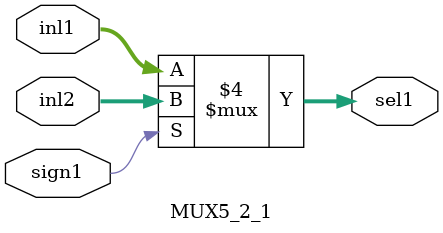
<source format=v>
`timescale 1ns / 1ps
module MUX5_2_1(inl1,inl2,sign1,sel1);
	input [4:0] inl1;
	input [4:0] inl2;
	input sign1;
	output [4:0] sel1;
	reg [4:0] sel1;
	always @ (inl1,inl2,sign1)
		begin
			if(!sign1) sel1=inl1;
			else sel1=inl2;
		end

endmodule

</source>
